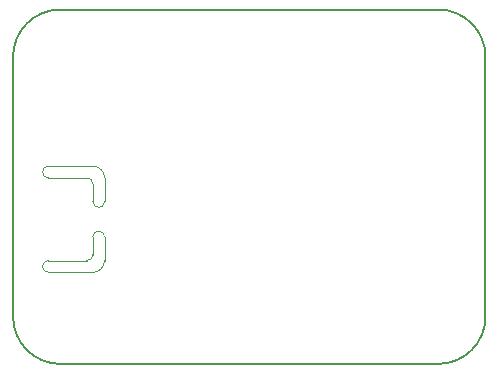
<source format=gbr>
%TF.GenerationSoftware,KiCad,Pcbnew,8.0.7*%
%TF.CreationDate,2025-10-25T23:35:46+02:00*%
%TF.ProjectId,VOCaware,564f4361-7761-4726-952e-6b696361645f,v1.0*%
%TF.SameCoordinates,Original*%
%TF.FileFunction,Profile,NP*%
%FSLAX46Y46*%
G04 Gerber Fmt 4.6, Leading zero omitted, Abs format (unit mm)*
G04 Created by KiCad (PCBNEW 8.0.7) date 2025-10-25 23:35:46*
%MOMM*%
%LPD*%
G01*
G04 APERTURE LIST*
%TA.AperFunction,Profile*%
%ADD10C,0.100000*%
%TD*%
%TA.AperFunction,Profile*%
%ADD11C,0.200000*%
%TD*%
G04 APERTURE END LIST*
D10*
X94230000Y-67480000D02*
X97480000Y-67480000D01*
X97980000Y-65480000D02*
G75*
G02*
X98980000Y-65480000I500000J0D01*
G01*
D11*
X95230000Y-76230000D02*
G75*
G02*
X91230000Y-72230000I0J4000000D01*
G01*
X91230000Y-50230000D02*
X91230000Y-72230000D01*
X127230000Y-76230000D02*
X95230000Y-76230000D01*
D10*
X97980000Y-60980000D02*
X97980000Y-62480000D01*
X94230000Y-59480000D02*
X97980000Y-59480000D01*
D11*
X127230000Y-46230000D02*
X95230000Y-46230000D01*
X131230000Y-72230000D02*
G75*
G02*
X127230000Y-76230000I-4000000J0D01*
G01*
D10*
X97980000Y-66980000D02*
G75*
G02*
X97480000Y-67480000I-500000J0D01*
G01*
X97980000Y-59480000D02*
G75*
G02*
X98980000Y-60480000I0J-1000000D01*
G01*
X98980000Y-62480000D02*
G75*
G02*
X97980000Y-62480000I-500000J0D01*
G01*
X98980000Y-65480000D02*
X98980000Y-67480000D01*
D11*
X127230000Y-46230000D02*
G75*
G02*
X131230000Y-50230000I0J-4000000D01*
G01*
X91230000Y-50230000D02*
G75*
G02*
X95230000Y-46230000I4000000J0D01*
G01*
D10*
X98980000Y-62480000D02*
X98980000Y-60480000D01*
X98980000Y-67480000D02*
G75*
G02*
X97980000Y-68480000I-1000000J0D01*
G01*
X97480000Y-60480000D02*
G75*
G02*
X97980000Y-60980000I0J-500000D01*
G01*
D11*
X131230000Y-50230000D02*
X131230000Y-72230000D01*
D10*
X97980000Y-68480000D02*
X94230000Y-68480000D01*
X94230000Y-60480000D02*
G75*
G02*
X94230000Y-59480000I0J500000D01*
G01*
X97480000Y-60480000D02*
X94230000Y-60480000D01*
X94230000Y-68480000D02*
G75*
G02*
X94230000Y-67480000I0J500000D01*
G01*
X97980000Y-66980000D02*
X97980000Y-65480000D01*
M02*

</source>
